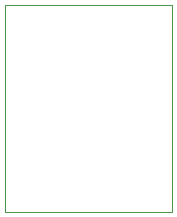
<source format=gbr>
G04 #@! TF.GenerationSoftware,KiCad,Pcbnew,(5.1.5)-3*
G04 #@! TF.CreationDate,2020-01-08T01:13:46+02:00*
G04 #@! TF.ProjectId,PRKL30,50524b4c-3330-42e6-9b69-6361645f7063,rev?*
G04 #@! TF.SameCoordinates,Original*
G04 #@! TF.FileFunction,Other,User*
%FSLAX46Y46*%
G04 Gerber Fmt 4.6, Leading zero omitted, Abs format (unit mm)*
G04 Created by KiCad (PCBNEW (5.1.5)-3) date 2020-01-08 01:13:46*
%MOMM*%
%LPD*%
G04 APERTURE LIST*
%ADD10C,0.050000*%
G04 APERTURE END LIST*
D10*
X69012500Y-58175000D02*
X69012500Y-75675000D01*
X69012500Y-58175000D02*
X54812500Y-58175000D01*
X54812500Y-75675000D02*
X69012500Y-75675000D01*
X54812500Y-75675000D02*
X54812500Y-58175000D01*
M02*

</source>
